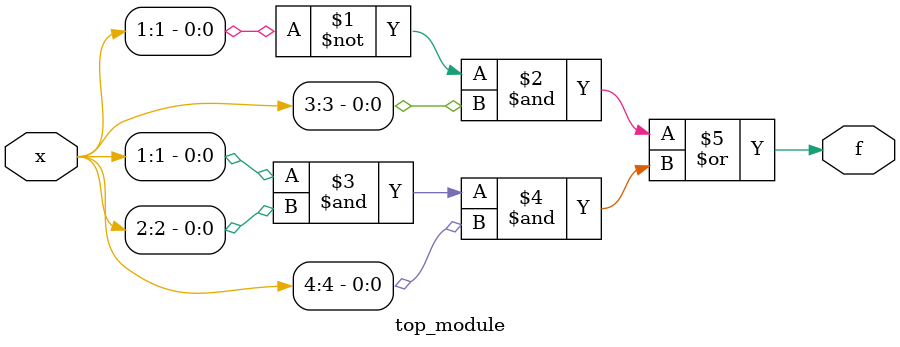
<source format=v>
module top_module (
    input [4:1] x, 
    output f );
    assign f = ~x[1]&x[3] | x[1]&x[2]&x[4];
endmodule

</source>
